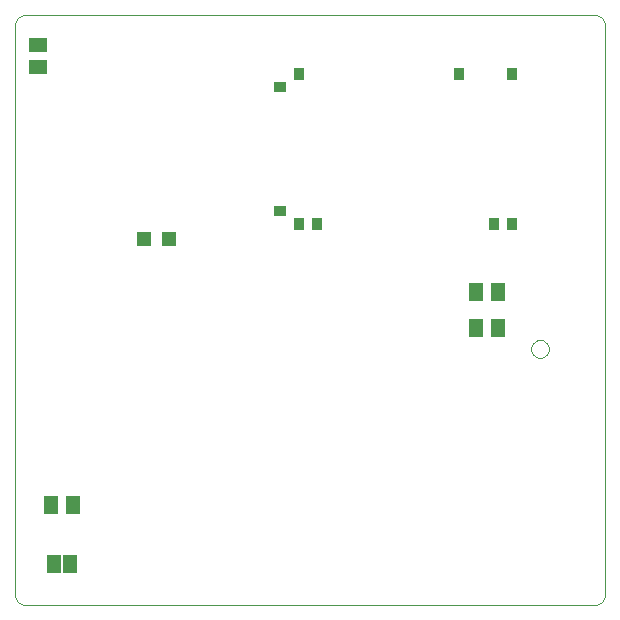
<source format=gbp>
G75*
%MOIN*%
%OFA0B0*%
%FSLAX24Y24*%
%IPPOS*%
%LPD*%
%AMOC8*
5,1,8,0,0,1.08239X$1,22.5*
%
%ADD10C,0.0000*%
%ADD11R,0.0354X0.0394*%
%ADD12R,0.0394X0.0354*%
%ADD13R,0.0512X0.0591*%
%ADD14R,0.0480X0.0630*%
%ADD15R,0.0591X0.0512*%
%ADD16R,0.0472X0.0472*%
D10*
X003228Y003056D02*
X003228Y021954D01*
X003230Y021993D01*
X003236Y022031D01*
X003245Y022068D01*
X003258Y022105D01*
X003275Y022140D01*
X003294Y022173D01*
X003317Y022204D01*
X003343Y022233D01*
X003372Y022259D01*
X003403Y022282D01*
X003436Y022301D01*
X003471Y022318D01*
X003508Y022331D01*
X003545Y022340D01*
X003583Y022346D01*
X003622Y022348D01*
X003622Y022347D02*
X022519Y022347D01*
X022519Y022348D02*
X022558Y022346D01*
X022596Y022340D01*
X022633Y022331D01*
X022670Y022318D01*
X022705Y022301D01*
X022738Y022282D01*
X022769Y022259D01*
X022798Y022233D01*
X022824Y022204D01*
X022847Y022173D01*
X022866Y022140D01*
X022883Y022105D01*
X022896Y022068D01*
X022905Y022031D01*
X022911Y021993D01*
X022913Y021954D01*
X022913Y003056D01*
X022911Y003017D01*
X022905Y002979D01*
X022896Y002942D01*
X022883Y002905D01*
X022866Y002870D01*
X022847Y002837D01*
X022824Y002806D01*
X022798Y002777D01*
X022769Y002751D01*
X022738Y002728D01*
X022705Y002709D01*
X022670Y002692D01*
X022633Y002679D01*
X022596Y002670D01*
X022558Y002664D01*
X022519Y002662D01*
X003622Y002662D01*
X003583Y002664D01*
X003545Y002670D01*
X003508Y002679D01*
X003471Y002692D01*
X003436Y002709D01*
X003403Y002728D01*
X003372Y002751D01*
X003343Y002777D01*
X003317Y002806D01*
X003294Y002837D01*
X003275Y002870D01*
X003258Y002905D01*
X003245Y002942D01*
X003236Y002979D01*
X003230Y003017D01*
X003228Y003056D01*
X020441Y011204D02*
X020443Y011238D01*
X020449Y011272D01*
X020459Y011305D01*
X020472Y011336D01*
X020490Y011366D01*
X020510Y011394D01*
X020534Y011419D01*
X020560Y011441D01*
X020588Y011459D01*
X020619Y011475D01*
X020651Y011487D01*
X020685Y011495D01*
X020719Y011499D01*
X020753Y011499D01*
X020787Y011495D01*
X020821Y011487D01*
X020853Y011475D01*
X020883Y011459D01*
X020912Y011441D01*
X020938Y011419D01*
X020962Y011394D01*
X020982Y011366D01*
X021000Y011336D01*
X021013Y011305D01*
X021023Y011272D01*
X021029Y011238D01*
X021031Y011204D01*
X021029Y011170D01*
X021023Y011136D01*
X021013Y011103D01*
X021000Y011072D01*
X020982Y011042D01*
X020962Y011014D01*
X020938Y010989D01*
X020912Y010967D01*
X020884Y010949D01*
X020853Y010933D01*
X020821Y010921D01*
X020787Y010913D01*
X020753Y010909D01*
X020719Y010909D01*
X020685Y010913D01*
X020651Y010921D01*
X020619Y010933D01*
X020588Y010949D01*
X020560Y010967D01*
X020534Y010989D01*
X020510Y011014D01*
X020490Y011042D01*
X020472Y011072D01*
X020459Y011103D01*
X020449Y011136D01*
X020443Y011170D01*
X020441Y011204D01*
D11*
X019791Y015371D03*
X019200Y015371D03*
X019791Y020371D03*
X018019Y020371D03*
X013295Y015371D03*
X012704Y015371D03*
X012704Y020371D03*
D12*
X012074Y019938D03*
X012074Y015804D03*
D13*
X018602Y013095D03*
X019350Y013095D03*
X019350Y011914D03*
X018602Y011914D03*
X005177Y006009D03*
X004429Y006009D03*
D14*
X004523Y004040D03*
X005083Y004040D03*
D15*
X004015Y020595D03*
X004015Y021343D03*
D16*
X007539Y014867D03*
X008366Y014867D03*
M02*

</source>
